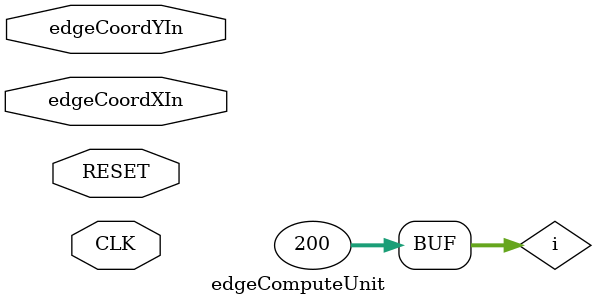
<source format=v>
module edgeComputeUnit (CLK, RESET, edgeCoordXIn, edgeCoordYIn);

input CLK;
input RESET;
input [9:0] edgeCoordXIn;
input [9:0] edgeCoordYIn;
wire [15:0] midX;
wire [15:0] midY;


integer i;

reg [15:0] incSumX [199:0];
reg [15:0] incSumY [199:0];

reg [7:0] shiftX [199:0];
reg [7:0] shiftY [199:0];

reg [9:0] count;

//////Hardware For X Component//////
always @(posedge CLK) begin
	if(RESET)begin
	for(i = 0; i < 200; i = i+1)
			shiftX[i] <= 8'b0;
			count <= 10'b0;
	end
	else begin
		shiftX[199] <= edgeCoordXIn[7:0];
		count <= count + 10'b0000000001;
		for(i = 0; i < 199; i = i+1)
			shiftX[i] <= shiftX[i+1];
	end
end

always @(*) begin
    for (i = 1; i<200; i = i + 1) begin
         if (i == 1) begin
             incSumX[i] = shiftX[i] + shiftX[i-1];
         end
         else begin
             incSumX[i] = incSumX[i-1] + shiftX[i];
         end
    end
end

//////Hardware For Y Component//////
always @(posedge CLK) begin
	if(RESET)begin
	for(i = 0; i < 200; i = i+1)
			shiftY[i] <= 8'b0;
	end
	else begin
		shiftY[199] <= edgeCoordYIn[7:0];
		for(i = 0; i < 199; i = i+1)
			shiftX[i] <= shiftX[i+1];
	end
end

always @(*) begin
    for (i = 1; i<200; i = i + 1) begin
         if (i == 1) begin
             incSumY[i] = shiftY[i] + shiftY[i-1];
         end
         else begin
             incSumY[i] = incSumY[i-1] + shiftY[i];
         end
    end
end
////////////////////////////////////////////

///////////Hardware for Multicycle Variance Computation//////////
assign midX = (incSumX[199] / ({6'b0,count}));
assign midY = (incSumY[199] / ({6'b0,count}));


endmodule


</source>
